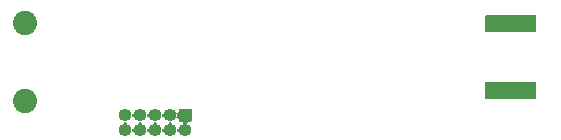
<source format=gbr>
%TF.GenerationSoftware,KiCad,Pcbnew,(5.1.9)-1*%
%TF.CreationDate,2021-11-01T00:10:38+05:30*%
%TF.ProjectId,STM32-nRF24,53544d33-322d-46e5-9246-32342e6b6963,Rev. A*%
%TF.SameCoordinates,Original*%
%TF.FileFunction,Soldermask,Bot*%
%TF.FilePolarity,Negative*%
%FSLAX46Y46*%
G04 Gerber Fmt 4.6, Leading zero omitted, Abs format (unit mm)*
G04 Created by KiCad (PCBNEW (5.1.9)-1) date 2021-11-01 00:10:38*
%MOMM*%
%LPD*%
G01*
G04 APERTURE LIST*
%ADD10C,2.052000*%
%ADD11O,1.102000X1.102000*%
%ADD12C,0.100000*%
G04 APERTURE END LIST*
D10*
%TO.C,J1*%
X84075000Y-157400000D03*
X84075000Y-164000000D03*
%TD*%
%TO.C,J2*%
G36*
G01*
X127250000Y-158201000D02*
X123050000Y-158201000D01*
G75*
G02*
X122999000Y-158150000I0J51000D01*
G01*
X122999000Y-156800000D01*
G75*
G02*
X123050000Y-156749000I51000J0D01*
G01*
X127250000Y-156749000D01*
G75*
G02*
X127301000Y-156800000I0J-51000D01*
G01*
X127301000Y-158150000D01*
G75*
G02*
X127250000Y-158201000I-51000J0D01*
G01*
G37*
G36*
G01*
X127250000Y-163851000D02*
X123050000Y-163851000D01*
G75*
G02*
X122999000Y-163800000I0J51000D01*
G01*
X122999000Y-162450000D01*
G75*
G02*
X123050000Y-162399000I51000J0D01*
G01*
X127250000Y-162399000D01*
G75*
G02*
X127301000Y-162450000I0J-51000D01*
G01*
X127301000Y-163800000D01*
G75*
G02*
X127250000Y-163851000I-51000J0D01*
G01*
G37*
%TD*%
%TO.C,J3*%
G36*
G01*
X97090000Y-164649000D02*
X98090000Y-164649000D01*
G75*
G02*
X98141000Y-164700000I0J-51000D01*
G01*
X98141000Y-165700000D01*
G75*
G02*
X98090000Y-165751000I-51000J0D01*
G01*
X97090000Y-165751000D01*
G75*
G02*
X97039000Y-165700000I0J51000D01*
G01*
X97039000Y-164700000D01*
G75*
G02*
X97090000Y-164649000I51000J0D01*
G01*
G37*
D11*
X97590000Y-166470000D03*
X96320000Y-165200000D03*
X96320000Y-166470000D03*
X95050000Y-165200000D03*
X95050000Y-166470000D03*
X93780000Y-165200000D03*
X93780000Y-166470000D03*
X92510000Y-165200000D03*
X92510000Y-166470000D03*
%TD*%
D12*
G36*
X97069287Y-166297256D02*
G01*
X97069437Y-166299077D01*
X97064650Y-166310635D01*
X97043653Y-166416192D01*
X97043653Y-166523808D01*
X97064650Y-166629365D01*
X97069437Y-166640923D01*
X97069176Y-166642906D01*
X97067328Y-166643671D01*
X97065825Y-166642631D01*
X97057262Y-166626609D01*
X97041967Y-166607972D01*
X97023330Y-166592677D01*
X97002066Y-166581312D01*
X96978991Y-166574312D01*
X96955000Y-166571949D01*
X96931009Y-166574312D01*
X96907934Y-166581312D01*
X96886670Y-166592677D01*
X96868033Y-166607972D01*
X96852738Y-166626609D01*
X96844175Y-166642631D01*
X96842476Y-166643687D01*
X96840713Y-166642744D01*
X96840563Y-166640923D01*
X96845350Y-166629365D01*
X96866347Y-166523808D01*
X96866347Y-166416192D01*
X96845350Y-166310635D01*
X96840563Y-166299077D01*
X96840824Y-166297094D01*
X96842672Y-166296329D01*
X96844175Y-166297369D01*
X96852738Y-166313391D01*
X96868033Y-166332028D01*
X96886670Y-166347323D01*
X96907934Y-166358688D01*
X96931009Y-166365688D01*
X96955000Y-166368051D01*
X96978991Y-166365688D01*
X97002066Y-166358688D01*
X97023330Y-166347323D01*
X97041967Y-166332028D01*
X97057262Y-166313391D01*
X97065825Y-166297369D01*
X97067524Y-166296313D01*
X97069287Y-166297256D01*
G37*
G36*
X93259287Y-166297256D02*
G01*
X93259437Y-166299077D01*
X93254650Y-166310635D01*
X93233653Y-166416192D01*
X93233653Y-166523808D01*
X93254650Y-166629365D01*
X93259437Y-166640923D01*
X93259176Y-166642906D01*
X93257328Y-166643671D01*
X93255825Y-166642631D01*
X93247262Y-166626609D01*
X93231967Y-166607972D01*
X93213330Y-166592677D01*
X93192066Y-166581312D01*
X93168991Y-166574312D01*
X93145000Y-166571949D01*
X93121009Y-166574312D01*
X93097934Y-166581312D01*
X93076670Y-166592677D01*
X93058033Y-166607972D01*
X93042738Y-166626609D01*
X93034175Y-166642631D01*
X93032476Y-166643687D01*
X93030713Y-166642744D01*
X93030563Y-166640923D01*
X93035350Y-166629365D01*
X93056347Y-166523808D01*
X93056347Y-166416192D01*
X93035350Y-166310635D01*
X93030563Y-166299077D01*
X93030824Y-166297094D01*
X93032672Y-166296329D01*
X93034175Y-166297369D01*
X93042738Y-166313391D01*
X93058033Y-166332028D01*
X93076670Y-166347323D01*
X93097934Y-166358688D01*
X93121009Y-166365688D01*
X93145000Y-166368051D01*
X93168991Y-166365688D01*
X93192066Y-166358688D01*
X93213330Y-166347323D01*
X93231967Y-166332028D01*
X93247262Y-166313391D01*
X93255825Y-166297369D01*
X93257524Y-166296313D01*
X93259287Y-166297256D01*
G37*
G36*
X94529287Y-166297256D02*
G01*
X94529437Y-166299077D01*
X94524650Y-166310635D01*
X94503653Y-166416192D01*
X94503653Y-166523808D01*
X94524650Y-166629365D01*
X94529437Y-166640923D01*
X94529176Y-166642906D01*
X94527328Y-166643671D01*
X94525825Y-166642631D01*
X94517262Y-166626609D01*
X94501967Y-166607972D01*
X94483330Y-166592677D01*
X94462066Y-166581312D01*
X94438991Y-166574312D01*
X94415000Y-166571949D01*
X94391009Y-166574312D01*
X94367934Y-166581312D01*
X94346670Y-166592677D01*
X94328033Y-166607972D01*
X94312738Y-166626609D01*
X94304175Y-166642631D01*
X94302476Y-166643687D01*
X94300713Y-166642744D01*
X94300563Y-166640923D01*
X94305350Y-166629365D01*
X94326347Y-166523808D01*
X94326347Y-166416192D01*
X94305350Y-166310635D01*
X94300563Y-166299077D01*
X94300824Y-166297094D01*
X94302672Y-166296329D01*
X94304175Y-166297369D01*
X94312738Y-166313391D01*
X94328033Y-166332028D01*
X94346670Y-166347323D01*
X94367934Y-166358688D01*
X94391009Y-166365688D01*
X94415000Y-166368051D01*
X94438991Y-166365688D01*
X94462066Y-166358688D01*
X94483330Y-166347323D01*
X94501967Y-166332028D01*
X94517262Y-166313391D01*
X94525825Y-166297369D01*
X94527524Y-166296313D01*
X94529287Y-166297256D01*
G37*
G36*
X95799287Y-166297256D02*
G01*
X95799437Y-166299077D01*
X95794650Y-166310635D01*
X95773653Y-166416192D01*
X95773653Y-166523808D01*
X95794650Y-166629365D01*
X95799437Y-166640923D01*
X95799176Y-166642906D01*
X95797328Y-166643671D01*
X95795825Y-166642631D01*
X95787262Y-166626609D01*
X95771967Y-166607972D01*
X95753330Y-166592677D01*
X95732066Y-166581312D01*
X95708991Y-166574312D01*
X95685000Y-166571949D01*
X95661009Y-166574312D01*
X95637934Y-166581312D01*
X95616670Y-166592677D01*
X95598033Y-166607972D01*
X95582738Y-166626609D01*
X95574175Y-166642631D01*
X95572476Y-166643687D01*
X95570713Y-166642744D01*
X95570563Y-166640923D01*
X95575350Y-166629365D01*
X95596347Y-166523808D01*
X95596347Y-166416192D01*
X95575350Y-166310635D01*
X95570563Y-166299077D01*
X95570824Y-166297094D01*
X95572672Y-166296329D01*
X95574175Y-166297369D01*
X95582738Y-166313391D01*
X95598033Y-166332028D01*
X95616670Y-166347323D01*
X95637934Y-166358688D01*
X95661009Y-166365688D01*
X95685000Y-166368051D01*
X95708991Y-166365688D01*
X95732066Y-166358688D01*
X95753330Y-166347323D01*
X95771967Y-166332028D01*
X95787262Y-166313391D01*
X95795825Y-166297369D01*
X95797524Y-166296313D01*
X95799287Y-166297256D01*
G37*
G36*
X97913654Y-165750000D02*
G01*
X97913654Y-165752000D01*
X97912118Y-165752990D01*
X97887931Y-165755372D01*
X97864856Y-165762372D01*
X97843592Y-165773737D01*
X97824955Y-165789032D01*
X97809660Y-165807669D01*
X97798295Y-165828933D01*
X97791295Y-165852008D01*
X97788932Y-165875998D01*
X97791295Y-165899990D01*
X97798295Y-165923065D01*
X97809660Y-165944329D01*
X97824955Y-165962966D01*
X97843670Y-165978324D01*
X97847998Y-165981216D01*
X97848883Y-165983010D01*
X97847772Y-165984673D01*
X97846122Y-165984727D01*
X97749365Y-165944650D01*
X97643808Y-165923653D01*
X97536192Y-165923653D01*
X97430635Y-165944650D01*
X97333878Y-165984727D01*
X97331895Y-165984466D01*
X97331130Y-165982618D01*
X97332002Y-165981216D01*
X97336330Y-165978324D01*
X97355045Y-165962965D01*
X97370340Y-165944328D01*
X97381705Y-165923065D01*
X97388705Y-165899990D01*
X97391068Y-165875998D01*
X97388705Y-165852007D01*
X97381705Y-165828932D01*
X97370340Y-165807669D01*
X97355044Y-165789032D01*
X97336407Y-165773737D01*
X97315144Y-165762372D01*
X97292069Y-165755372D01*
X97267882Y-165752990D01*
X97266256Y-165751825D01*
X97266452Y-165749835D01*
X97268078Y-165749000D01*
X97911922Y-165749000D01*
X97913654Y-165750000D01*
G37*
G36*
X95222906Y-165720824D02*
G01*
X95223671Y-165722672D01*
X95222631Y-165724175D01*
X95206609Y-165732738D01*
X95187972Y-165748033D01*
X95172677Y-165766670D01*
X95161312Y-165787934D01*
X95154312Y-165811009D01*
X95151949Y-165835000D01*
X95154312Y-165858991D01*
X95161312Y-165882066D01*
X95172677Y-165903330D01*
X95187972Y-165921967D01*
X95206609Y-165937262D01*
X95222631Y-165945825D01*
X95223687Y-165947524D01*
X95222744Y-165949287D01*
X95220923Y-165949437D01*
X95209365Y-165944650D01*
X95103808Y-165923653D01*
X94996192Y-165923653D01*
X94890635Y-165944650D01*
X94879077Y-165949437D01*
X94877094Y-165949176D01*
X94876329Y-165947328D01*
X94877369Y-165945825D01*
X94893391Y-165937262D01*
X94912028Y-165921967D01*
X94927323Y-165903330D01*
X94938688Y-165882066D01*
X94945688Y-165858991D01*
X94948051Y-165835000D01*
X94945688Y-165811009D01*
X94938688Y-165787934D01*
X94927323Y-165766670D01*
X94912028Y-165748033D01*
X94893391Y-165732738D01*
X94877369Y-165724175D01*
X94876313Y-165722476D01*
X94877256Y-165720713D01*
X94879077Y-165720563D01*
X94890635Y-165725350D01*
X94996192Y-165746347D01*
X95103808Y-165746347D01*
X95209365Y-165725350D01*
X95220923Y-165720563D01*
X95222906Y-165720824D01*
G37*
G36*
X96492906Y-165720824D02*
G01*
X96493671Y-165722672D01*
X96492631Y-165724175D01*
X96476609Y-165732738D01*
X96457972Y-165748033D01*
X96442677Y-165766670D01*
X96431312Y-165787934D01*
X96424312Y-165811009D01*
X96421949Y-165835000D01*
X96424312Y-165858991D01*
X96431312Y-165882066D01*
X96442677Y-165903330D01*
X96457972Y-165921967D01*
X96476609Y-165937262D01*
X96492631Y-165945825D01*
X96493687Y-165947524D01*
X96492744Y-165949287D01*
X96490923Y-165949437D01*
X96479365Y-165944650D01*
X96373808Y-165923653D01*
X96266192Y-165923653D01*
X96160635Y-165944650D01*
X96149077Y-165949437D01*
X96147094Y-165949176D01*
X96146329Y-165947328D01*
X96147369Y-165945825D01*
X96163391Y-165937262D01*
X96182028Y-165921967D01*
X96197323Y-165903330D01*
X96208688Y-165882066D01*
X96215688Y-165858991D01*
X96218051Y-165835000D01*
X96215688Y-165811009D01*
X96208688Y-165787934D01*
X96197323Y-165766670D01*
X96182028Y-165748033D01*
X96163391Y-165732738D01*
X96147369Y-165724175D01*
X96146313Y-165722476D01*
X96147256Y-165720713D01*
X96149077Y-165720563D01*
X96160635Y-165725350D01*
X96266192Y-165746347D01*
X96373808Y-165746347D01*
X96479365Y-165725350D01*
X96490923Y-165720563D01*
X96492906Y-165720824D01*
G37*
G36*
X93952906Y-165720824D02*
G01*
X93953671Y-165722672D01*
X93952631Y-165724175D01*
X93936609Y-165732738D01*
X93917972Y-165748033D01*
X93902677Y-165766670D01*
X93891312Y-165787934D01*
X93884312Y-165811009D01*
X93881949Y-165835000D01*
X93884312Y-165858991D01*
X93891312Y-165882066D01*
X93902677Y-165903330D01*
X93917972Y-165921967D01*
X93936609Y-165937262D01*
X93952631Y-165945825D01*
X93953687Y-165947524D01*
X93952744Y-165949287D01*
X93950923Y-165949437D01*
X93939365Y-165944650D01*
X93833808Y-165923653D01*
X93726192Y-165923653D01*
X93620635Y-165944650D01*
X93609077Y-165949437D01*
X93607094Y-165949176D01*
X93606329Y-165947328D01*
X93607369Y-165945825D01*
X93623391Y-165937262D01*
X93642028Y-165921967D01*
X93657323Y-165903330D01*
X93668688Y-165882066D01*
X93675688Y-165858991D01*
X93678051Y-165835000D01*
X93675688Y-165811009D01*
X93668688Y-165787934D01*
X93657323Y-165766670D01*
X93642028Y-165748033D01*
X93623391Y-165732738D01*
X93607369Y-165724175D01*
X93606313Y-165722476D01*
X93607256Y-165720713D01*
X93609077Y-165720563D01*
X93620635Y-165725350D01*
X93726192Y-165746347D01*
X93833808Y-165746347D01*
X93939365Y-165725350D01*
X93950923Y-165720563D01*
X93952906Y-165720824D01*
G37*
G36*
X92682906Y-165720824D02*
G01*
X92683671Y-165722672D01*
X92682631Y-165724175D01*
X92666609Y-165732738D01*
X92647972Y-165748033D01*
X92632677Y-165766670D01*
X92621312Y-165787934D01*
X92614312Y-165811009D01*
X92611949Y-165835000D01*
X92614312Y-165858991D01*
X92621312Y-165882066D01*
X92632677Y-165903330D01*
X92647972Y-165921967D01*
X92666609Y-165937262D01*
X92682631Y-165945825D01*
X92683687Y-165947524D01*
X92682744Y-165949287D01*
X92680923Y-165949437D01*
X92669365Y-165944650D01*
X92563808Y-165923653D01*
X92456192Y-165923653D01*
X92350635Y-165944650D01*
X92339077Y-165949437D01*
X92337094Y-165949176D01*
X92336329Y-165947328D01*
X92337369Y-165945825D01*
X92353391Y-165937262D01*
X92372028Y-165921967D01*
X92387323Y-165903330D01*
X92398688Y-165882066D01*
X92405688Y-165858991D01*
X92408051Y-165835000D01*
X92405688Y-165811009D01*
X92398688Y-165787934D01*
X92387323Y-165766670D01*
X92372028Y-165748033D01*
X92353391Y-165732738D01*
X92337369Y-165724175D01*
X92336313Y-165722476D01*
X92337256Y-165720713D01*
X92339077Y-165720563D01*
X92350635Y-165725350D01*
X92456192Y-165746347D01*
X92563808Y-165746347D01*
X92669365Y-165725350D01*
X92680923Y-165720563D01*
X92682906Y-165720824D01*
G37*
G36*
X97040165Y-164876452D02*
G01*
X97041000Y-164878078D01*
X97041000Y-165521922D01*
X97040000Y-165523654D01*
X97038000Y-165523654D01*
X97037010Y-165522118D01*
X97034628Y-165497931D01*
X97027628Y-165474856D01*
X97016263Y-165453592D01*
X97000968Y-165434955D01*
X96982331Y-165419660D01*
X96961067Y-165408295D01*
X96937992Y-165401295D01*
X96914001Y-165398932D01*
X96890010Y-165401295D01*
X96866935Y-165408295D01*
X96845671Y-165419660D01*
X96827034Y-165434955D01*
X96811676Y-165453670D01*
X96808784Y-165457998D01*
X96806990Y-165458883D01*
X96805327Y-165457772D01*
X96805273Y-165456122D01*
X96845350Y-165359365D01*
X96866347Y-165253808D01*
X96866347Y-165146192D01*
X96845350Y-165040635D01*
X96805273Y-164943878D01*
X96805534Y-164941895D01*
X96807382Y-164941130D01*
X96808784Y-164942002D01*
X96811676Y-164946330D01*
X96827035Y-164965045D01*
X96845672Y-164980340D01*
X96866935Y-164991705D01*
X96890010Y-164998705D01*
X96914002Y-165001068D01*
X96937993Y-164998705D01*
X96961068Y-164991705D01*
X96982331Y-164980340D01*
X97000968Y-164965044D01*
X97016263Y-164946407D01*
X97027628Y-164925144D01*
X97034628Y-164902069D01*
X97037010Y-164877882D01*
X97038175Y-164876256D01*
X97040165Y-164876452D01*
G37*
G36*
X93259287Y-165027256D02*
G01*
X93259437Y-165029077D01*
X93254650Y-165040635D01*
X93233653Y-165146192D01*
X93233653Y-165253808D01*
X93254650Y-165359365D01*
X93259437Y-165370923D01*
X93259176Y-165372906D01*
X93257328Y-165373671D01*
X93255825Y-165372631D01*
X93247262Y-165356609D01*
X93231967Y-165337972D01*
X93213330Y-165322677D01*
X93192066Y-165311312D01*
X93168991Y-165304312D01*
X93145000Y-165301949D01*
X93121009Y-165304312D01*
X93097934Y-165311312D01*
X93076670Y-165322677D01*
X93058033Y-165337972D01*
X93042738Y-165356609D01*
X93034175Y-165372631D01*
X93032476Y-165373687D01*
X93030713Y-165372744D01*
X93030563Y-165370923D01*
X93035350Y-165359365D01*
X93056347Y-165253808D01*
X93056347Y-165146192D01*
X93035350Y-165040635D01*
X93030563Y-165029077D01*
X93030824Y-165027094D01*
X93032672Y-165026329D01*
X93034175Y-165027369D01*
X93042738Y-165043391D01*
X93058033Y-165062028D01*
X93076670Y-165077323D01*
X93097934Y-165088688D01*
X93121009Y-165095688D01*
X93145000Y-165098051D01*
X93168991Y-165095688D01*
X93192066Y-165088688D01*
X93213330Y-165077323D01*
X93231967Y-165062028D01*
X93247262Y-165043391D01*
X93255825Y-165027369D01*
X93257524Y-165026313D01*
X93259287Y-165027256D01*
G37*
G36*
X95799287Y-165027256D02*
G01*
X95799437Y-165029077D01*
X95794650Y-165040635D01*
X95773653Y-165146192D01*
X95773653Y-165253808D01*
X95794650Y-165359365D01*
X95799437Y-165370923D01*
X95799176Y-165372906D01*
X95797328Y-165373671D01*
X95795825Y-165372631D01*
X95787262Y-165356609D01*
X95771967Y-165337972D01*
X95753330Y-165322677D01*
X95732066Y-165311312D01*
X95708991Y-165304312D01*
X95685000Y-165301949D01*
X95661009Y-165304312D01*
X95637934Y-165311312D01*
X95616670Y-165322677D01*
X95598033Y-165337972D01*
X95582738Y-165356609D01*
X95574175Y-165372631D01*
X95572476Y-165373687D01*
X95570713Y-165372744D01*
X95570563Y-165370923D01*
X95575350Y-165359365D01*
X95596347Y-165253808D01*
X95596347Y-165146192D01*
X95575350Y-165040635D01*
X95570563Y-165029077D01*
X95570824Y-165027094D01*
X95572672Y-165026329D01*
X95574175Y-165027369D01*
X95582738Y-165043391D01*
X95598033Y-165062028D01*
X95616670Y-165077323D01*
X95637934Y-165088688D01*
X95661009Y-165095688D01*
X95685000Y-165098051D01*
X95708991Y-165095688D01*
X95732066Y-165088688D01*
X95753330Y-165077323D01*
X95771967Y-165062028D01*
X95787262Y-165043391D01*
X95795825Y-165027369D01*
X95797524Y-165026313D01*
X95799287Y-165027256D01*
G37*
G36*
X94529287Y-165027256D02*
G01*
X94529437Y-165029077D01*
X94524650Y-165040635D01*
X94503653Y-165146192D01*
X94503653Y-165253808D01*
X94524650Y-165359365D01*
X94529437Y-165370923D01*
X94529176Y-165372906D01*
X94527328Y-165373671D01*
X94525825Y-165372631D01*
X94517262Y-165356609D01*
X94501967Y-165337972D01*
X94483330Y-165322677D01*
X94462066Y-165311312D01*
X94438991Y-165304312D01*
X94415000Y-165301949D01*
X94391009Y-165304312D01*
X94367934Y-165311312D01*
X94346670Y-165322677D01*
X94328033Y-165337972D01*
X94312738Y-165356609D01*
X94304175Y-165372631D01*
X94302476Y-165373687D01*
X94300713Y-165372744D01*
X94300563Y-165370923D01*
X94305350Y-165359365D01*
X94326347Y-165253808D01*
X94326347Y-165146192D01*
X94305350Y-165040635D01*
X94300563Y-165029077D01*
X94300824Y-165027094D01*
X94302672Y-165026329D01*
X94304175Y-165027369D01*
X94312738Y-165043391D01*
X94328033Y-165062028D01*
X94346670Y-165077323D01*
X94367934Y-165088688D01*
X94391009Y-165095688D01*
X94415000Y-165098051D01*
X94438991Y-165095688D01*
X94462066Y-165088688D01*
X94483330Y-165077323D01*
X94501967Y-165062028D01*
X94517262Y-165043391D01*
X94525825Y-165027369D01*
X94527524Y-165026313D01*
X94529287Y-165027256D01*
G37*
M02*

</source>
